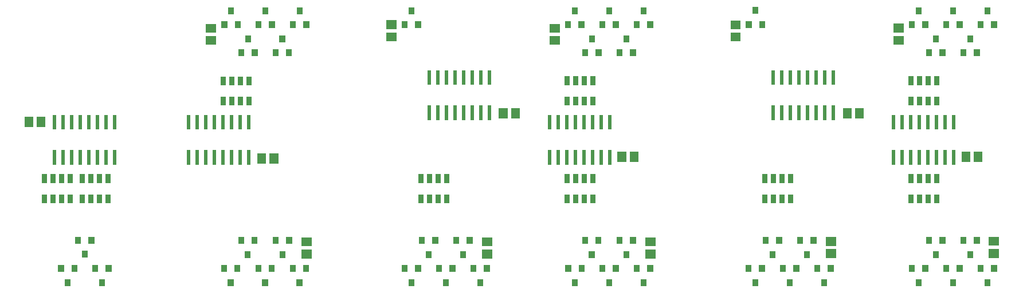
<source format=gbr>
G04 start of page 16 for group 0 layer_idx 0 *
G04 Title: (unknown), top_paste *
G04 Creator: pcb-rnd 1.2.7 *
G04 CreationDate: 2018-01-15 01:16:43 UTC *
G04 For: newell *
G04 Format: Gerber/RS-274X *
G04 PCB-Dimensions: 625000 200000 *
G04 PCB-Coordinate-Origin: lower left *
%MOIN*%
%FSLAX25Y25*%
%LNTOPPASTE*%
%ADD81R,0.0512X0.0512*%
%ADD80R,0.0320X0.0320*%
%ADD79R,0.0200X0.0200*%
%ADD78R,0.0340X0.0340*%
G54D78*X371100Y154900D02*Y154300D01*
X378900Y154900D02*Y154300D01*
X375000Y163100D02*Y162500D01*
G54D79*X365500Y117500D02*Y111000D01*
X360500Y117500D02*Y111000D01*
X355500Y117500D02*Y111000D01*
X350500Y117500D02*Y111000D01*
X345500Y117500D02*Y111000D01*
X340500Y117500D02*Y111000D01*
X335500Y117500D02*Y111000D01*
X330500Y117500D02*Y111000D01*
Y97000D02*Y90500D01*
X335500Y97000D02*Y90500D01*
X340500Y97000D02*Y90500D01*
X345500Y97000D02*Y90500D01*
X350500Y97000D02*Y90500D01*
X355500Y97000D02*Y90500D01*
X360500Y97000D02*Y90500D01*
X365500Y97000D02*Y90500D01*
X295500Y143500D02*Y137000D01*
X290500Y143500D02*Y137000D01*
X285500Y143500D02*Y137000D01*
X280500Y143500D02*Y137000D01*
X275500Y143500D02*Y137000D01*
X270500Y143500D02*Y137000D01*
X265500Y143500D02*Y137000D01*
X260500Y143500D02*Y137000D01*
Y123000D02*Y116500D01*
X265500Y123000D02*Y116500D01*
X270500Y123000D02*Y116500D01*
X275500Y123000D02*Y116500D01*
X280500Y123000D02*Y116500D01*
X285500Y123000D02*Y116500D01*
X290500Y123000D02*Y116500D01*
X295500Y123000D02*Y116500D01*
G54D78*X178900Y45700D02*Y45100D01*
X171100Y45700D02*Y45100D01*
X175000Y37500D02*Y36900D01*
X148800Y29300D02*Y28700D01*
X141000Y29300D02*Y28700D01*
X144900Y21100D02*Y20500D01*
X168800Y29300D02*Y28700D01*
X161000Y29300D02*Y28700D01*
X164900Y21100D02*Y20500D01*
X561100Y171300D02*Y170700D01*
X568900Y171300D02*Y170700D01*
X565000Y179500D02*Y178900D01*
G54D79*X565500Y117500D02*Y111000D01*
X560500Y117500D02*Y111000D01*
X555500Y117500D02*Y111000D01*
X550500Y117500D02*Y111000D01*
X545500Y117500D02*Y111000D01*
X540500Y117500D02*Y111000D01*
X535500Y117500D02*Y111000D01*
X530500Y117500D02*Y111000D01*
Y97000D02*Y90500D01*
X535500Y97000D02*Y90500D01*
X540500Y97000D02*Y90500D01*
X545500Y97000D02*Y90500D01*
X550500Y97000D02*Y90500D01*
X555500Y97000D02*Y90500D01*
X560500Y97000D02*Y90500D01*
X565500Y97000D02*Y90500D01*
G54D80*X355500Y139350D02*Y137450D01*
X350500Y139350D02*Y137450D01*
X345500Y139350D02*Y137450D01*
X340500Y139350D02*Y137450D01*
Y127550D02*Y125650D01*
X345500Y127550D02*Y125650D01*
X350500Y127550D02*Y125650D01*
X355500Y127550D02*Y125650D01*
X340500Y70550D02*Y68650D01*
X345500Y70550D02*Y68650D01*
X350500Y70550D02*Y68650D01*
X355500Y70550D02*Y68650D01*
Y82350D02*Y80450D01*
X350500Y82350D02*Y80450D01*
X345500Y82350D02*Y80450D01*
X340500Y82350D02*Y80450D01*
G54D78*X181100Y171300D02*Y170700D01*
X188900Y171300D02*Y170700D01*
X185000Y179500D02*Y178900D01*
X188800Y29300D02*Y28700D01*
X181000Y29300D02*Y28700D01*
X184900Y21100D02*Y20500D01*
X158750Y45700D02*Y45100D01*
X150950Y45700D02*Y45100D01*
X154850Y37500D02*Y36900D01*
G54D80*X255500Y70550D02*Y68650D01*
X260500Y70550D02*Y68650D01*
X265500Y70550D02*Y68650D01*
X270500Y70550D02*Y68650D01*
Y82350D02*Y80450D01*
X265500Y82350D02*Y80450D01*
X260500Y82350D02*Y80450D01*
X255500Y82350D02*Y80450D01*
X36500Y70550D02*Y68650D01*
X41500Y70550D02*Y68650D01*
X46500Y70550D02*Y68650D01*
X51500Y70550D02*Y68650D01*
Y82350D02*Y80450D01*
X46500Y82350D02*Y80450D01*
X41500Y82350D02*Y80450D01*
X36500Y82350D02*Y80450D01*
G54D81*X310500Y119893D02*Y119107D01*
X303414Y119893D02*Y119107D01*
X579543Y94393D02*Y93607D01*
X572457Y94393D02*Y93607D01*
X27457Y114893D02*Y114107D01*
X34543Y114893D02*Y114107D01*
G54D79*X42500Y97000D02*Y90500D01*
X47500Y97000D02*Y90500D01*
X52500Y97000D02*Y90500D01*
X57500Y97000D02*Y90500D01*
X62500Y97000D02*Y90500D01*
X67500Y97000D02*Y90500D01*
X72500Y97000D02*Y90500D01*
X77500Y97000D02*Y90500D01*
Y117500D02*Y111000D01*
X72500Y117500D02*Y111000D01*
X67500Y117500D02*Y111000D01*
X62500Y117500D02*Y111000D01*
X57500Y117500D02*Y111000D01*
X52500Y117500D02*Y111000D01*
X47500Y117500D02*Y111000D01*
X42500Y117500D02*Y111000D01*
G54D80*X555500Y139350D02*Y137450D01*
X550500Y139350D02*Y137450D01*
X545500Y139350D02*Y137450D01*
X540500Y139350D02*Y137450D01*
Y127550D02*Y125650D01*
X545500Y127550D02*Y125650D01*
X550500Y127550D02*Y125650D01*
X555500Y127550D02*Y125650D01*
G54D78*X253900Y29300D02*Y28700D01*
X246100Y29300D02*Y28700D01*
X250000Y21100D02*Y20500D01*
X273900Y29300D02*Y28700D01*
X266100Y29300D02*Y28700D01*
X270000Y21100D02*Y20500D01*
X263900Y45700D02*Y45100D01*
X256100Y45700D02*Y45100D01*
X260000Y37500D02*Y36900D01*
X349000Y29300D02*Y28700D01*
X341200Y29300D02*Y28700D01*
X345100Y21100D02*Y20500D01*
X446215Y171341D02*Y170741D01*
X454015Y171341D02*Y170741D01*
X450115Y179541D02*Y178941D01*
X493900Y29300D02*Y28700D01*
X486100Y29300D02*Y28700D01*
X490000Y21100D02*Y20500D01*
X368900Y29300D02*Y28700D01*
X361100Y29300D02*Y28700D01*
X365000Y21100D02*Y20500D01*
X358800Y45700D02*Y45100D01*
X351000Y45700D02*Y45100D01*
X354900Y37500D02*Y36900D01*
X293900Y29300D02*Y28700D01*
X286100Y29300D02*Y28700D01*
X290000Y21100D02*Y20500D01*
X283900Y45700D02*Y45100D01*
X276100Y45700D02*Y45100D01*
X280000Y37500D02*Y36900D01*
X571100Y154900D02*Y154300D01*
X578900Y154900D02*Y154300D01*
X575000Y163100D02*Y162500D01*
G54D80*X155500Y139250D02*Y137350D01*
X150500Y139250D02*Y137350D01*
X145500Y139250D02*Y137350D01*
X140500Y139250D02*Y137350D01*
Y127450D02*Y125550D01*
X145500Y127450D02*Y125550D01*
X150500Y127450D02*Y125550D01*
X155500Y127450D02*Y125550D01*
G54D81*X170000Y93393D02*Y92607D01*
X162914Y93393D02*Y92607D01*
G54D78*X388900Y29300D02*Y28700D01*
X381100Y29300D02*Y28700D01*
X385000Y21100D02*Y20500D01*
X378900Y45700D02*Y45100D01*
X371100Y45700D02*Y45100D01*
X375000Y37500D02*Y36900D01*
X568900Y29300D02*Y28700D01*
X561100Y29300D02*Y28700D01*
X565000Y21100D02*Y20500D01*
X351100Y154900D02*Y154300D01*
X358900Y154900D02*Y154300D01*
X355000Y163100D02*Y162500D01*
X361100Y171300D02*Y170700D01*
X368900Y171300D02*Y170700D01*
X365000Y179500D02*Y178900D01*
X588900Y29300D02*Y28700D01*
X581100Y29300D02*Y28700D01*
X585000Y21100D02*Y20500D01*
X381100Y171300D02*Y170700D01*
X388900Y171300D02*Y170700D01*
X385000Y179500D02*Y178900D01*
X341100Y171300D02*Y170700D01*
X348900Y171300D02*Y170700D01*
X345000Y179500D02*Y178900D01*
X541100Y171300D02*Y170700D01*
X548900Y171300D02*Y170700D01*
X545000Y179500D02*Y178900D01*
X551100Y154900D02*Y154300D01*
X558900Y154900D02*Y154300D01*
X555000Y163100D02*Y162500D01*
X581100Y171300D02*Y170700D01*
X588900Y171300D02*Y170700D01*
X585000Y179500D02*Y178900D01*
G54D81*X293693Y44500D02*X294479D01*
X293693Y37414D02*X294479D01*
G54D78*X246100Y171300D02*Y170700D01*
X253900Y171300D02*Y170700D01*
X250000Y179500D02*Y178900D01*
G54D81*X533107Y161957D02*X533893D01*
X533107Y169043D02*X533893D01*
G54D80*X540500Y70550D02*Y68650D01*
X545500Y70550D02*Y68650D01*
X550500Y70550D02*Y68650D01*
X555500Y70550D02*Y68650D01*
Y82350D02*Y80450D01*
X550500Y82350D02*Y80450D01*
X545500Y82350D02*Y80450D01*
X540500Y82350D02*Y80450D01*
G54D81*X588435Y44857D02*X589221D01*
X588435Y37771D02*X589221D01*
G54D79*X495500Y143500D02*Y137000D01*
X490500Y143500D02*Y137000D01*
X485500Y143500D02*Y137000D01*
X480500Y143500D02*Y137000D01*
X475500Y143500D02*Y137000D01*
X470500Y143500D02*Y137000D01*
X465500Y143500D02*Y137000D01*
X460500Y143500D02*Y137000D01*
Y123000D02*Y116500D01*
X465500Y123000D02*Y116500D01*
X470500Y123000D02*Y116500D01*
X475500Y123000D02*Y116500D01*
X480500Y123000D02*Y116500D01*
X485500Y123000D02*Y116500D01*
X490500Y123000D02*Y116500D01*
X495500Y123000D02*Y116500D01*
G54D78*X473900Y29300D02*Y28700D01*
X466100Y29300D02*Y28700D01*
X470000Y21100D02*Y20500D01*
G54D80*X455500Y70550D02*Y68650D01*
X460500Y70550D02*Y68650D01*
X465500Y70550D02*Y68650D01*
X470500Y70550D02*Y68650D01*
Y82350D02*Y80450D01*
X465500Y82350D02*Y80450D01*
X460500Y82350D02*Y80450D01*
X455500Y82350D02*Y80450D01*
G54D78*X63900Y45800D02*Y45200D01*
X56100Y45800D02*Y45200D01*
X60000Y37600D02*Y37000D01*
X73900Y29300D02*Y28700D01*
X66100Y29300D02*Y28700D01*
X70000Y21100D02*Y20500D01*
X54000Y29300D02*Y28700D01*
X46200Y29300D02*Y28700D01*
X50100Y21100D02*Y20500D01*
G54D81*X493607Y44786D02*X494393D01*
X493607Y37700D02*X494393D01*
X510543Y119893D02*Y119107D01*
X503457Y119893D02*Y119107D01*
X438154Y163910D02*X438940D01*
X438154Y170996D02*X438940D01*
X333107Y161914D02*X333893D01*
X333107Y169000D02*X333893D01*
X388607Y44543D02*X389393D01*
X388607Y37457D02*X389393D01*
X238107Y163957D02*X238893D01*
X238107Y171043D02*X238893D01*
X133107Y161871D02*X133893D01*
X133107Y168957D02*X133893D01*
G54D78*X141200Y171300D02*Y170700D01*
X149000Y171300D02*Y170700D01*
X145100Y179500D02*Y178900D01*
X151100Y154900D02*Y154300D01*
X158900Y154900D02*Y154300D01*
X155000Y163100D02*Y162500D01*
X161100Y171300D02*Y170700D01*
X168900Y171300D02*Y170700D01*
X165000Y179500D02*Y178900D01*
X171000Y154900D02*Y154300D01*
X178800Y154900D02*Y154300D01*
X174900Y163100D02*Y162500D01*
X548900Y29300D02*Y28700D01*
X541100Y29300D02*Y28700D01*
X545000Y21100D02*Y20500D01*
X558900Y45700D02*Y45100D01*
X551100Y45700D02*Y45100D01*
X555000Y37500D02*Y36900D01*
X578900Y45700D02*Y45100D01*
X571100Y45700D02*Y45100D01*
X575000Y37500D02*Y36900D01*
X453900Y29300D02*Y28700D01*
X446100Y29300D02*Y28700D01*
X450000Y21100D02*Y20500D01*
X463900Y45700D02*Y45100D01*
X456100Y45700D02*Y45100D01*
X460000Y37500D02*Y36900D01*
X483900Y45700D02*Y45100D01*
X476100Y45700D02*Y45100D01*
X480000Y37500D02*Y36900D01*
G54D81*X379500Y94393D02*Y93607D01*
X372414Y94393D02*Y93607D01*
X188607Y44543D02*X189393D01*
X188607Y37457D02*X189393D01*
G54D79*X155500Y117500D02*Y111000D01*
X150500Y117500D02*Y111000D01*
X145500Y117500D02*Y111000D01*
X140500Y117500D02*Y111000D01*
X135500Y117500D02*Y111000D01*
X130500Y117500D02*Y111000D01*
X125500Y117500D02*Y111000D01*
X120500Y117500D02*Y111000D01*
Y97000D02*Y90500D01*
X125500Y97000D02*Y90500D01*
X130500Y97000D02*Y90500D01*
X135500Y97000D02*Y90500D01*
X140500Y97000D02*Y90500D01*
X145500Y97000D02*Y90500D01*
X150500Y97000D02*Y90500D01*
X155500Y97000D02*Y90500D01*
G54D80*X58500Y70550D02*Y68650D01*
X63500Y70550D02*Y68650D01*
X68500Y70550D02*Y68650D01*
X73500Y70550D02*Y68650D01*
Y82350D02*Y80450D01*
X68500Y82350D02*Y80450D01*
X63500Y82350D02*Y80450D01*
X58500Y82350D02*Y80450D01*
M02*

</source>
